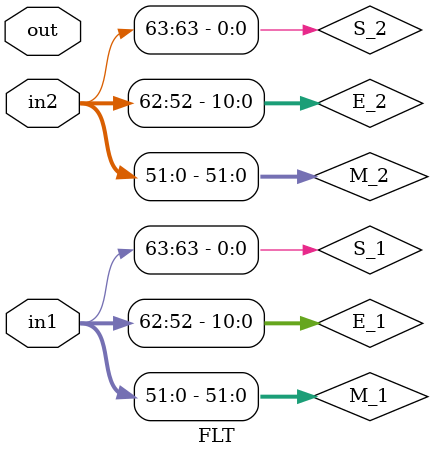
<source format=v>
`include "../FP_min_max/FPMax.v"

module FLT #(
    parameter BUS_WIDTH = 64
) (
    input [BUS_WIDTH-1:0] in1,
    input [BUS_WIDTH-1:0] in2,
    input [BUS_WIDTH-1:0] out
);
  // Main parameters
  localparam MANTISSA_SIZE = (BUS_WIDTH == 64) ? 52 : 23;
  localparam EXPONENT_SIZE = (BUS_WIDTH == 64) ? 11 : 8;
  localparam BIAS = (BUS_WIDTH == 64) ? 1023 : 127;

  localparam IS_NAN = (BUS_WIDTH == 64) ? 11'h7FF : 8'hFF;
  localparam NAN = (BUS_WIDTH == 64) ? 64'h7ff8000000000000 : 32'h7fc00000;
  localparam LESSER = (BUS_WIDTH == 64) ? 64'd1 : 32'd1;
  localparam GREATER_EQUAL = (BUS_WIDTH == 64) ? 64'd0 : 32'd0;
  // Extracting Sign, Exponent, Mantissa
  wire [MANTISSA_SIZE-1:0] M_1;
  wire [MANTISSA_SIZE-1:0] M_2;
  wire [EXPONENT_SIZE-1:0] E_1;
  wire [EXPONENT_SIZE-1:0] E_2;
  wire S_1;
  wire S_2;

  assign M_1 = in1[MANTISSA_SIZE-1:0];
  assign M_2 = in2[MANTISSA_SIZE-1:0];

  assign E_1 = in1[BUS_WIDTH-2:MANTISSA_SIZE];
  assign E_2 = in2[BUS_WIDTH-2:MANTISSA_SIZE];

  assign S_1 = in1[BUS_WIDTH-1];
  assign S_2 = in2[BUS_WIDTH-1];


  wire [BUS_WIDTH-1:0] max;
  FPMax #(
      .BUS_WIDTH(BUS_WIDTH)
  ) flt (
      .in1(in1),
      .in2(in2),
      .out(max)
  );

  wire is_nan_A = (E_1 == IS_NAN & |M_1);
  wire is_nan_B = (E_2 == IS_NAN & |M_2);
  wire is_nan = is_nan_A | is_nan_B;

  wire both_zero = ~|{in1[BUS_WIDTH-2:0], in2[BUS_WIDTH-2:0]};
  wire eq = (in1 == in2) | both_zero;
  assign out = (eq | is_nan) ? (GREATER_EQUAL) : ((max == in1) ? (GREATER_EQUAL) : LESSER);

  //assign out = (in1 == in2) ? EQUAL : NOT_EQUAL;
endmodule

</source>
